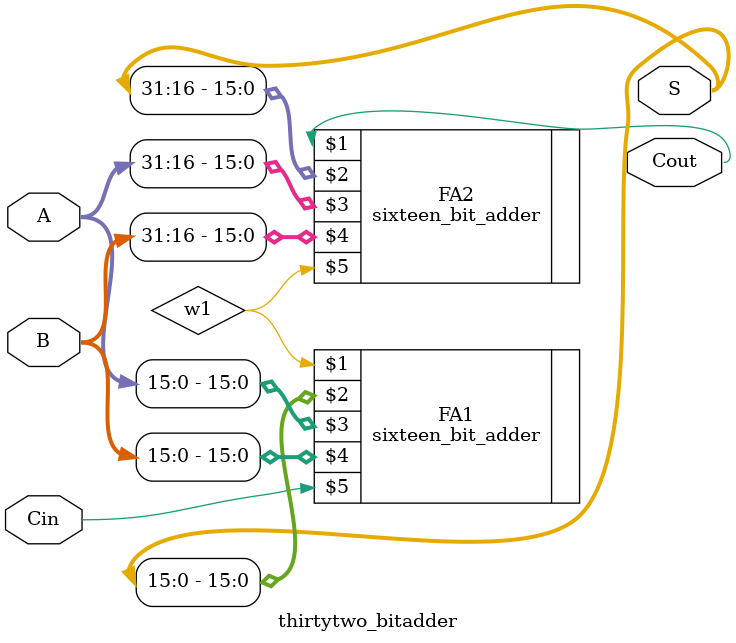
<source format=v>
`timescale 1ns / 1ps

//We designed this 32 bit adder by instantiating the 16 bit adder 2 times. 

module thirtytwo_bitadder(S, Cout, A, B, Cin); 

    input [31:0] A, B;
    input Cin;
    output [31:0] S;
    output Cout;
    
    wire w1;
    
    sixteen_bit_adder      FA1     (w1, S[15:0],A[15:0], B[15:0], Cin);
    sixteen_bit_adder      FA2     (Cout, S[31:16], A[31:16], B[31:16], w1); 

endmodule

</source>
